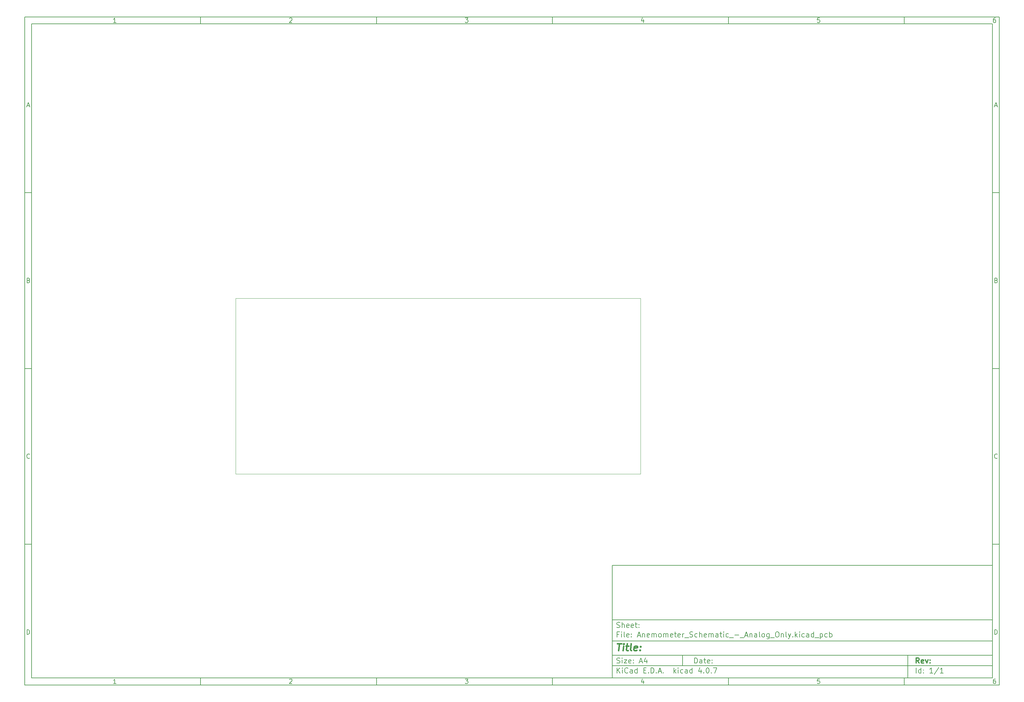
<source format=gbr>
G04 #@! TF.FileFunction,Profile,NP*
%FSLAX46Y46*%
G04 Gerber Fmt 4.6, Leading zero omitted, Abs format (unit mm)*
G04 Created by KiCad (PCBNEW 4.0.7) date Monday, February 19, 2018 'AMt' 09:37:46 AM*
%MOMM*%
%LPD*%
G01*
G04 APERTURE LIST*
%ADD10C,0.100000*%
%ADD11C,0.150000*%
%ADD12C,0.300000*%
%ADD13C,0.400000*%
G04 APERTURE END LIST*
D10*
D11*
X177002200Y-166007200D02*
X177002200Y-198007200D01*
X285002200Y-198007200D01*
X285002200Y-166007200D01*
X177002200Y-166007200D01*
D10*
D11*
X10000000Y-10000000D02*
X10000000Y-200007200D01*
X287002200Y-200007200D01*
X287002200Y-10000000D01*
X10000000Y-10000000D01*
D10*
D11*
X12000000Y-12000000D02*
X12000000Y-198007200D01*
X285002200Y-198007200D01*
X285002200Y-12000000D01*
X12000000Y-12000000D01*
D10*
D11*
X60000000Y-12000000D02*
X60000000Y-10000000D01*
D10*
D11*
X110000000Y-12000000D02*
X110000000Y-10000000D01*
D10*
D11*
X160000000Y-12000000D02*
X160000000Y-10000000D01*
D10*
D11*
X210000000Y-12000000D02*
X210000000Y-10000000D01*
D10*
D11*
X260000000Y-12000000D02*
X260000000Y-10000000D01*
D10*
D11*
X35990476Y-11588095D02*
X35247619Y-11588095D01*
X35619048Y-11588095D02*
X35619048Y-10288095D01*
X35495238Y-10473810D01*
X35371429Y-10597619D01*
X35247619Y-10659524D01*
D10*
D11*
X85247619Y-10411905D02*
X85309524Y-10350000D01*
X85433333Y-10288095D01*
X85742857Y-10288095D01*
X85866667Y-10350000D01*
X85928571Y-10411905D01*
X85990476Y-10535714D01*
X85990476Y-10659524D01*
X85928571Y-10845238D01*
X85185714Y-11588095D01*
X85990476Y-11588095D01*
D10*
D11*
X135185714Y-10288095D02*
X135990476Y-10288095D01*
X135557143Y-10783333D01*
X135742857Y-10783333D01*
X135866667Y-10845238D01*
X135928571Y-10907143D01*
X135990476Y-11030952D01*
X135990476Y-11340476D01*
X135928571Y-11464286D01*
X135866667Y-11526190D01*
X135742857Y-11588095D01*
X135371429Y-11588095D01*
X135247619Y-11526190D01*
X135185714Y-11464286D01*
D10*
D11*
X185866667Y-10721429D02*
X185866667Y-11588095D01*
X185557143Y-10226190D02*
X185247619Y-11154762D01*
X186052381Y-11154762D01*
D10*
D11*
X235928571Y-10288095D02*
X235309524Y-10288095D01*
X235247619Y-10907143D01*
X235309524Y-10845238D01*
X235433333Y-10783333D01*
X235742857Y-10783333D01*
X235866667Y-10845238D01*
X235928571Y-10907143D01*
X235990476Y-11030952D01*
X235990476Y-11340476D01*
X235928571Y-11464286D01*
X235866667Y-11526190D01*
X235742857Y-11588095D01*
X235433333Y-11588095D01*
X235309524Y-11526190D01*
X235247619Y-11464286D01*
D10*
D11*
X285866667Y-10288095D02*
X285619048Y-10288095D01*
X285495238Y-10350000D01*
X285433333Y-10411905D01*
X285309524Y-10597619D01*
X285247619Y-10845238D01*
X285247619Y-11340476D01*
X285309524Y-11464286D01*
X285371429Y-11526190D01*
X285495238Y-11588095D01*
X285742857Y-11588095D01*
X285866667Y-11526190D01*
X285928571Y-11464286D01*
X285990476Y-11340476D01*
X285990476Y-11030952D01*
X285928571Y-10907143D01*
X285866667Y-10845238D01*
X285742857Y-10783333D01*
X285495238Y-10783333D01*
X285371429Y-10845238D01*
X285309524Y-10907143D01*
X285247619Y-11030952D01*
D10*
D11*
X60000000Y-198007200D02*
X60000000Y-200007200D01*
D10*
D11*
X110000000Y-198007200D02*
X110000000Y-200007200D01*
D10*
D11*
X160000000Y-198007200D02*
X160000000Y-200007200D01*
D10*
D11*
X210000000Y-198007200D02*
X210000000Y-200007200D01*
D10*
D11*
X260000000Y-198007200D02*
X260000000Y-200007200D01*
D10*
D11*
X35990476Y-199595295D02*
X35247619Y-199595295D01*
X35619048Y-199595295D02*
X35619048Y-198295295D01*
X35495238Y-198481010D01*
X35371429Y-198604819D01*
X35247619Y-198666724D01*
D10*
D11*
X85247619Y-198419105D02*
X85309524Y-198357200D01*
X85433333Y-198295295D01*
X85742857Y-198295295D01*
X85866667Y-198357200D01*
X85928571Y-198419105D01*
X85990476Y-198542914D01*
X85990476Y-198666724D01*
X85928571Y-198852438D01*
X85185714Y-199595295D01*
X85990476Y-199595295D01*
D10*
D11*
X135185714Y-198295295D02*
X135990476Y-198295295D01*
X135557143Y-198790533D01*
X135742857Y-198790533D01*
X135866667Y-198852438D01*
X135928571Y-198914343D01*
X135990476Y-199038152D01*
X135990476Y-199347676D01*
X135928571Y-199471486D01*
X135866667Y-199533390D01*
X135742857Y-199595295D01*
X135371429Y-199595295D01*
X135247619Y-199533390D01*
X135185714Y-199471486D01*
D10*
D11*
X185866667Y-198728629D02*
X185866667Y-199595295D01*
X185557143Y-198233390D02*
X185247619Y-199161962D01*
X186052381Y-199161962D01*
D10*
D11*
X235928571Y-198295295D02*
X235309524Y-198295295D01*
X235247619Y-198914343D01*
X235309524Y-198852438D01*
X235433333Y-198790533D01*
X235742857Y-198790533D01*
X235866667Y-198852438D01*
X235928571Y-198914343D01*
X235990476Y-199038152D01*
X235990476Y-199347676D01*
X235928571Y-199471486D01*
X235866667Y-199533390D01*
X235742857Y-199595295D01*
X235433333Y-199595295D01*
X235309524Y-199533390D01*
X235247619Y-199471486D01*
D10*
D11*
X285866667Y-198295295D02*
X285619048Y-198295295D01*
X285495238Y-198357200D01*
X285433333Y-198419105D01*
X285309524Y-198604819D01*
X285247619Y-198852438D01*
X285247619Y-199347676D01*
X285309524Y-199471486D01*
X285371429Y-199533390D01*
X285495238Y-199595295D01*
X285742857Y-199595295D01*
X285866667Y-199533390D01*
X285928571Y-199471486D01*
X285990476Y-199347676D01*
X285990476Y-199038152D01*
X285928571Y-198914343D01*
X285866667Y-198852438D01*
X285742857Y-198790533D01*
X285495238Y-198790533D01*
X285371429Y-198852438D01*
X285309524Y-198914343D01*
X285247619Y-199038152D01*
D10*
D11*
X10000000Y-60000000D02*
X12000000Y-60000000D01*
D10*
D11*
X10000000Y-110000000D02*
X12000000Y-110000000D01*
D10*
D11*
X10000000Y-160000000D02*
X12000000Y-160000000D01*
D10*
D11*
X10690476Y-35216667D02*
X11309524Y-35216667D01*
X10566667Y-35588095D02*
X11000000Y-34288095D01*
X11433333Y-35588095D01*
D10*
D11*
X11092857Y-84907143D02*
X11278571Y-84969048D01*
X11340476Y-85030952D01*
X11402381Y-85154762D01*
X11402381Y-85340476D01*
X11340476Y-85464286D01*
X11278571Y-85526190D01*
X11154762Y-85588095D01*
X10659524Y-85588095D01*
X10659524Y-84288095D01*
X11092857Y-84288095D01*
X11216667Y-84350000D01*
X11278571Y-84411905D01*
X11340476Y-84535714D01*
X11340476Y-84659524D01*
X11278571Y-84783333D01*
X11216667Y-84845238D01*
X11092857Y-84907143D01*
X10659524Y-84907143D01*
D10*
D11*
X11402381Y-135464286D02*
X11340476Y-135526190D01*
X11154762Y-135588095D01*
X11030952Y-135588095D01*
X10845238Y-135526190D01*
X10721429Y-135402381D01*
X10659524Y-135278571D01*
X10597619Y-135030952D01*
X10597619Y-134845238D01*
X10659524Y-134597619D01*
X10721429Y-134473810D01*
X10845238Y-134350000D01*
X11030952Y-134288095D01*
X11154762Y-134288095D01*
X11340476Y-134350000D01*
X11402381Y-134411905D01*
D10*
D11*
X10659524Y-185588095D02*
X10659524Y-184288095D01*
X10969048Y-184288095D01*
X11154762Y-184350000D01*
X11278571Y-184473810D01*
X11340476Y-184597619D01*
X11402381Y-184845238D01*
X11402381Y-185030952D01*
X11340476Y-185278571D01*
X11278571Y-185402381D01*
X11154762Y-185526190D01*
X10969048Y-185588095D01*
X10659524Y-185588095D01*
D10*
D11*
X287002200Y-60000000D02*
X285002200Y-60000000D01*
D10*
D11*
X287002200Y-110000000D02*
X285002200Y-110000000D01*
D10*
D11*
X287002200Y-160000000D02*
X285002200Y-160000000D01*
D10*
D11*
X285692676Y-35216667D02*
X286311724Y-35216667D01*
X285568867Y-35588095D02*
X286002200Y-34288095D01*
X286435533Y-35588095D01*
D10*
D11*
X286095057Y-84907143D02*
X286280771Y-84969048D01*
X286342676Y-85030952D01*
X286404581Y-85154762D01*
X286404581Y-85340476D01*
X286342676Y-85464286D01*
X286280771Y-85526190D01*
X286156962Y-85588095D01*
X285661724Y-85588095D01*
X285661724Y-84288095D01*
X286095057Y-84288095D01*
X286218867Y-84350000D01*
X286280771Y-84411905D01*
X286342676Y-84535714D01*
X286342676Y-84659524D01*
X286280771Y-84783333D01*
X286218867Y-84845238D01*
X286095057Y-84907143D01*
X285661724Y-84907143D01*
D10*
D11*
X286404581Y-135464286D02*
X286342676Y-135526190D01*
X286156962Y-135588095D01*
X286033152Y-135588095D01*
X285847438Y-135526190D01*
X285723629Y-135402381D01*
X285661724Y-135278571D01*
X285599819Y-135030952D01*
X285599819Y-134845238D01*
X285661724Y-134597619D01*
X285723629Y-134473810D01*
X285847438Y-134350000D01*
X286033152Y-134288095D01*
X286156962Y-134288095D01*
X286342676Y-134350000D01*
X286404581Y-134411905D01*
D10*
D11*
X285661724Y-185588095D02*
X285661724Y-184288095D01*
X285971248Y-184288095D01*
X286156962Y-184350000D01*
X286280771Y-184473810D01*
X286342676Y-184597619D01*
X286404581Y-184845238D01*
X286404581Y-185030952D01*
X286342676Y-185278571D01*
X286280771Y-185402381D01*
X286156962Y-185526190D01*
X285971248Y-185588095D01*
X285661724Y-185588095D01*
D10*
D11*
X200359343Y-193785771D02*
X200359343Y-192285771D01*
X200716486Y-192285771D01*
X200930771Y-192357200D01*
X201073629Y-192500057D01*
X201145057Y-192642914D01*
X201216486Y-192928629D01*
X201216486Y-193142914D01*
X201145057Y-193428629D01*
X201073629Y-193571486D01*
X200930771Y-193714343D01*
X200716486Y-193785771D01*
X200359343Y-193785771D01*
X202502200Y-193785771D02*
X202502200Y-193000057D01*
X202430771Y-192857200D01*
X202287914Y-192785771D01*
X202002200Y-192785771D01*
X201859343Y-192857200D01*
X202502200Y-193714343D02*
X202359343Y-193785771D01*
X202002200Y-193785771D01*
X201859343Y-193714343D01*
X201787914Y-193571486D01*
X201787914Y-193428629D01*
X201859343Y-193285771D01*
X202002200Y-193214343D01*
X202359343Y-193214343D01*
X202502200Y-193142914D01*
X203002200Y-192785771D02*
X203573629Y-192785771D01*
X203216486Y-192285771D02*
X203216486Y-193571486D01*
X203287914Y-193714343D01*
X203430772Y-193785771D01*
X203573629Y-193785771D01*
X204645057Y-193714343D02*
X204502200Y-193785771D01*
X204216486Y-193785771D01*
X204073629Y-193714343D01*
X204002200Y-193571486D01*
X204002200Y-193000057D01*
X204073629Y-192857200D01*
X204216486Y-192785771D01*
X204502200Y-192785771D01*
X204645057Y-192857200D01*
X204716486Y-193000057D01*
X204716486Y-193142914D01*
X204002200Y-193285771D01*
X205359343Y-193642914D02*
X205430771Y-193714343D01*
X205359343Y-193785771D01*
X205287914Y-193714343D01*
X205359343Y-193642914D01*
X205359343Y-193785771D01*
X205359343Y-192857200D02*
X205430771Y-192928629D01*
X205359343Y-193000057D01*
X205287914Y-192928629D01*
X205359343Y-192857200D01*
X205359343Y-193000057D01*
D10*
D11*
X177002200Y-194507200D02*
X285002200Y-194507200D01*
D10*
D11*
X178359343Y-196585771D02*
X178359343Y-195085771D01*
X179216486Y-196585771D02*
X178573629Y-195728629D01*
X179216486Y-195085771D02*
X178359343Y-195942914D01*
X179859343Y-196585771D02*
X179859343Y-195585771D01*
X179859343Y-195085771D02*
X179787914Y-195157200D01*
X179859343Y-195228629D01*
X179930771Y-195157200D01*
X179859343Y-195085771D01*
X179859343Y-195228629D01*
X181430772Y-196442914D02*
X181359343Y-196514343D01*
X181145057Y-196585771D01*
X181002200Y-196585771D01*
X180787915Y-196514343D01*
X180645057Y-196371486D01*
X180573629Y-196228629D01*
X180502200Y-195942914D01*
X180502200Y-195728629D01*
X180573629Y-195442914D01*
X180645057Y-195300057D01*
X180787915Y-195157200D01*
X181002200Y-195085771D01*
X181145057Y-195085771D01*
X181359343Y-195157200D01*
X181430772Y-195228629D01*
X182716486Y-196585771D02*
X182716486Y-195800057D01*
X182645057Y-195657200D01*
X182502200Y-195585771D01*
X182216486Y-195585771D01*
X182073629Y-195657200D01*
X182716486Y-196514343D02*
X182573629Y-196585771D01*
X182216486Y-196585771D01*
X182073629Y-196514343D01*
X182002200Y-196371486D01*
X182002200Y-196228629D01*
X182073629Y-196085771D01*
X182216486Y-196014343D01*
X182573629Y-196014343D01*
X182716486Y-195942914D01*
X184073629Y-196585771D02*
X184073629Y-195085771D01*
X184073629Y-196514343D02*
X183930772Y-196585771D01*
X183645058Y-196585771D01*
X183502200Y-196514343D01*
X183430772Y-196442914D01*
X183359343Y-196300057D01*
X183359343Y-195871486D01*
X183430772Y-195728629D01*
X183502200Y-195657200D01*
X183645058Y-195585771D01*
X183930772Y-195585771D01*
X184073629Y-195657200D01*
X185930772Y-195800057D02*
X186430772Y-195800057D01*
X186645058Y-196585771D02*
X185930772Y-196585771D01*
X185930772Y-195085771D01*
X186645058Y-195085771D01*
X187287915Y-196442914D02*
X187359343Y-196514343D01*
X187287915Y-196585771D01*
X187216486Y-196514343D01*
X187287915Y-196442914D01*
X187287915Y-196585771D01*
X188002201Y-196585771D02*
X188002201Y-195085771D01*
X188359344Y-195085771D01*
X188573629Y-195157200D01*
X188716487Y-195300057D01*
X188787915Y-195442914D01*
X188859344Y-195728629D01*
X188859344Y-195942914D01*
X188787915Y-196228629D01*
X188716487Y-196371486D01*
X188573629Y-196514343D01*
X188359344Y-196585771D01*
X188002201Y-196585771D01*
X189502201Y-196442914D02*
X189573629Y-196514343D01*
X189502201Y-196585771D01*
X189430772Y-196514343D01*
X189502201Y-196442914D01*
X189502201Y-196585771D01*
X190145058Y-196157200D02*
X190859344Y-196157200D01*
X190002201Y-196585771D02*
X190502201Y-195085771D01*
X191002201Y-196585771D01*
X191502201Y-196442914D02*
X191573629Y-196514343D01*
X191502201Y-196585771D01*
X191430772Y-196514343D01*
X191502201Y-196442914D01*
X191502201Y-196585771D01*
X194502201Y-196585771D02*
X194502201Y-195085771D01*
X194645058Y-196014343D02*
X195073629Y-196585771D01*
X195073629Y-195585771D02*
X194502201Y-196157200D01*
X195716487Y-196585771D02*
X195716487Y-195585771D01*
X195716487Y-195085771D02*
X195645058Y-195157200D01*
X195716487Y-195228629D01*
X195787915Y-195157200D01*
X195716487Y-195085771D01*
X195716487Y-195228629D01*
X197073630Y-196514343D02*
X196930773Y-196585771D01*
X196645059Y-196585771D01*
X196502201Y-196514343D01*
X196430773Y-196442914D01*
X196359344Y-196300057D01*
X196359344Y-195871486D01*
X196430773Y-195728629D01*
X196502201Y-195657200D01*
X196645059Y-195585771D01*
X196930773Y-195585771D01*
X197073630Y-195657200D01*
X198359344Y-196585771D02*
X198359344Y-195800057D01*
X198287915Y-195657200D01*
X198145058Y-195585771D01*
X197859344Y-195585771D01*
X197716487Y-195657200D01*
X198359344Y-196514343D02*
X198216487Y-196585771D01*
X197859344Y-196585771D01*
X197716487Y-196514343D01*
X197645058Y-196371486D01*
X197645058Y-196228629D01*
X197716487Y-196085771D01*
X197859344Y-196014343D01*
X198216487Y-196014343D01*
X198359344Y-195942914D01*
X199716487Y-196585771D02*
X199716487Y-195085771D01*
X199716487Y-196514343D02*
X199573630Y-196585771D01*
X199287916Y-196585771D01*
X199145058Y-196514343D01*
X199073630Y-196442914D01*
X199002201Y-196300057D01*
X199002201Y-195871486D01*
X199073630Y-195728629D01*
X199145058Y-195657200D01*
X199287916Y-195585771D01*
X199573630Y-195585771D01*
X199716487Y-195657200D01*
X202216487Y-195585771D02*
X202216487Y-196585771D01*
X201859344Y-195014343D02*
X201502201Y-196085771D01*
X202430773Y-196085771D01*
X203002201Y-196442914D02*
X203073629Y-196514343D01*
X203002201Y-196585771D01*
X202930772Y-196514343D01*
X203002201Y-196442914D01*
X203002201Y-196585771D01*
X204002201Y-195085771D02*
X204145058Y-195085771D01*
X204287915Y-195157200D01*
X204359344Y-195228629D01*
X204430773Y-195371486D01*
X204502201Y-195657200D01*
X204502201Y-196014343D01*
X204430773Y-196300057D01*
X204359344Y-196442914D01*
X204287915Y-196514343D01*
X204145058Y-196585771D01*
X204002201Y-196585771D01*
X203859344Y-196514343D01*
X203787915Y-196442914D01*
X203716487Y-196300057D01*
X203645058Y-196014343D01*
X203645058Y-195657200D01*
X203716487Y-195371486D01*
X203787915Y-195228629D01*
X203859344Y-195157200D01*
X204002201Y-195085771D01*
X205145058Y-196442914D02*
X205216486Y-196514343D01*
X205145058Y-196585771D01*
X205073629Y-196514343D01*
X205145058Y-196442914D01*
X205145058Y-196585771D01*
X205716487Y-195085771D02*
X206716487Y-195085771D01*
X206073630Y-196585771D01*
D10*
D11*
X177002200Y-191507200D02*
X285002200Y-191507200D01*
D10*
D12*
X264216486Y-193785771D02*
X263716486Y-193071486D01*
X263359343Y-193785771D02*
X263359343Y-192285771D01*
X263930771Y-192285771D01*
X264073629Y-192357200D01*
X264145057Y-192428629D01*
X264216486Y-192571486D01*
X264216486Y-192785771D01*
X264145057Y-192928629D01*
X264073629Y-193000057D01*
X263930771Y-193071486D01*
X263359343Y-193071486D01*
X265430771Y-193714343D02*
X265287914Y-193785771D01*
X265002200Y-193785771D01*
X264859343Y-193714343D01*
X264787914Y-193571486D01*
X264787914Y-193000057D01*
X264859343Y-192857200D01*
X265002200Y-192785771D01*
X265287914Y-192785771D01*
X265430771Y-192857200D01*
X265502200Y-193000057D01*
X265502200Y-193142914D01*
X264787914Y-193285771D01*
X266002200Y-192785771D02*
X266359343Y-193785771D01*
X266716485Y-192785771D01*
X267287914Y-193642914D02*
X267359342Y-193714343D01*
X267287914Y-193785771D01*
X267216485Y-193714343D01*
X267287914Y-193642914D01*
X267287914Y-193785771D01*
X267287914Y-192857200D02*
X267359342Y-192928629D01*
X267287914Y-193000057D01*
X267216485Y-192928629D01*
X267287914Y-192857200D01*
X267287914Y-193000057D01*
D10*
D11*
X178287914Y-193714343D02*
X178502200Y-193785771D01*
X178859343Y-193785771D01*
X179002200Y-193714343D01*
X179073629Y-193642914D01*
X179145057Y-193500057D01*
X179145057Y-193357200D01*
X179073629Y-193214343D01*
X179002200Y-193142914D01*
X178859343Y-193071486D01*
X178573629Y-193000057D01*
X178430771Y-192928629D01*
X178359343Y-192857200D01*
X178287914Y-192714343D01*
X178287914Y-192571486D01*
X178359343Y-192428629D01*
X178430771Y-192357200D01*
X178573629Y-192285771D01*
X178930771Y-192285771D01*
X179145057Y-192357200D01*
X179787914Y-193785771D02*
X179787914Y-192785771D01*
X179787914Y-192285771D02*
X179716485Y-192357200D01*
X179787914Y-192428629D01*
X179859342Y-192357200D01*
X179787914Y-192285771D01*
X179787914Y-192428629D01*
X180359343Y-192785771D02*
X181145057Y-192785771D01*
X180359343Y-193785771D01*
X181145057Y-193785771D01*
X182287914Y-193714343D02*
X182145057Y-193785771D01*
X181859343Y-193785771D01*
X181716486Y-193714343D01*
X181645057Y-193571486D01*
X181645057Y-193000057D01*
X181716486Y-192857200D01*
X181859343Y-192785771D01*
X182145057Y-192785771D01*
X182287914Y-192857200D01*
X182359343Y-193000057D01*
X182359343Y-193142914D01*
X181645057Y-193285771D01*
X183002200Y-193642914D02*
X183073628Y-193714343D01*
X183002200Y-193785771D01*
X182930771Y-193714343D01*
X183002200Y-193642914D01*
X183002200Y-193785771D01*
X183002200Y-192857200D02*
X183073628Y-192928629D01*
X183002200Y-193000057D01*
X182930771Y-192928629D01*
X183002200Y-192857200D01*
X183002200Y-193000057D01*
X184787914Y-193357200D02*
X185502200Y-193357200D01*
X184645057Y-193785771D02*
X185145057Y-192285771D01*
X185645057Y-193785771D01*
X186787914Y-192785771D02*
X186787914Y-193785771D01*
X186430771Y-192214343D02*
X186073628Y-193285771D01*
X187002200Y-193285771D01*
D10*
D11*
X263359343Y-196585771D02*
X263359343Y-195085771D01*
X264716486Y-196585771D02*
X264716486Y-195085771D01*
X264716486Y-196514343D02*
X264573629Y-196585771D01*
X264287915Y-196585771D01*
X264145057Y-196514343D01*
X264073629Y-196442914D01*
X264002200Y-196300057D01*
X264002200Y-195871486D01*
X264073629Y-195728629D01*
X264145057Y-195657200D01*
X264287915Y-195585771D01*
X264573629Y-195585771D01*
X264716486Y-195657200D01*
X265430772Y-196442914D02*
X265502200Y-196514343D01*
X265430772Y-196585771D01*
X265359343Y-196514343D01*
X265430772Y-196442914D01*
X265430772Y-196585771D01*
X265430772Y-195657200D02*
X265502200Y-195728629D01*
X265430772Y-195800057D01*
X265359343Y-195728629D01*
X265430772Y-195657200D01*
X265430772Y-195800057D01*
X268073629Y-196585771D02*
X267216486Y-196585771D01*
X267645058Y-196585771D02*
X267645058Y-195085771D01*
X267502201Y-195300057D01*
X267359343Y-195442914D01*
X267216486Y-195514343D01*
X269787914Y-195014343D02*
X268502200Y-196942914D01*
X271073629Y-196585771D02*
X270216486Y-196585771D01*
X270645058Y-196585771D02*
X270645058Y-195085771D01*
X270502201Y-195300057D01*
X270359343Y-195442914D01*
X270216486Y-195514343D01*
D10*
D11*
X177002200Y-187507200D02*
X285002200Y-187507200D01*
D10*
D13*
X178454581Y-188211962D02*
X179597438Y-188211962D01*
X178776010Y-190211962D02*
X179026010Y-188211962D01*
X180014105Y-190211962D02*
X180180771Y-188878629D01*
X180264105Y-188211962D02*
X180156962Y-188307200D01*
X180240295Y-188402438D01*
X180347439Y-188307200D01*
X180264105Y-188211962D01*
X180240295Y-188402438D01*
X180847438Y-188878629D02*
X181609343Y-188878629D01*
X181216486Y-188211962D02*
X181002200Y-189926248D01*
X181073630Y-190116724D01*
X181252201Y-190211962D01*
X181442677Y-190211962D01*
X182395058Y-190211962D02*
X182216487Y-190116724D01*
X182145057Y-189926248D01*
X182359343Y-188211962D01*
X183930772Y-190116724D02*
X183728391Y-190211962D01*
X183347439Y-190211962D01*
X183168867Y-190116724D01*
X183097438Y-189926248D01*
X183192676Y-189164343D01*
X183311724Y-188973867D01*
X183514105Y-188878629D01*
X183895057Y-188878629D01*
X184073629Y-188973867D01*
X184145057Y-189164343D01*
X184121248Y-189354819D01*
X183145057Y-189545295D01*
X184895057Y-190021486D02*
X184978392Y-190116724D01*
X184871248Y-190211962D01*
X184787915Y-190116724D01*
X184895057Y-190021486D01*
X184871248Y-190211962D01*
X185026010Y-188973867D02*
X185109344Y-189069105D01*
X185002200Y-189164343D01*
X184918867Y-189069105D01*
X185026010Y-188973867D01*
X185002200Y-189164343D01*
D10*
D11*
X178859343Y-185600057D02*
X178359343Y-185600057D01*
X178359343Y-186385771D02*
X178359343Y-184885771D01*
X179073629Y-184885771D01*
X179645057Y-186385771D02*
X179645057Y-185385771D01*
X179645057Y-184885771D02*
X179573628Y-184957200D01*
X179645057Y-185028629D01*
X179716485Y-184957200D01*
X179645057Y-184885771D01*
X179645057Y-185028629D01*
X180573629Y-186385771D02*
X180430771Y-186314343D01*
X180359343Y-186171486D01*
X180359343Y-184885771D01*
X181716485Y-186314343D02*
X181573628Y-186385771D01*
X181287914Y-186385771D01*
X181145057Y-186314343D01*
X181073628Y-186171486D01*
X181073628Y-185600057D01*
X181145057Y-185457200D01*
X181287914Y-185385771D01*
X181573628Y-185385771D01*
X181716485Y-185457200D01*
X181787914Y-185600057D01*
X181787914Y-185742914D01*
X181073628Y-185885771D01*
X182430771Y-186242914D02*
X182502199Y-186314343D01*
X182430771Y-186385771D01*
X182359342Y-186314343D01*
X182430771Y-186242914D01*
X182430771Y-186385771D01*
X182430771Y-185457200D02*
X182502199Y-185528629D01*
X182430771Y-185600057D01*
X182359342Y-185528629D01*
X182430771Y-185457200D01*
X182430771Y-185600057D01*
X184216485Y-185957200D02*
X184930771Y-185957200D01*
X184073628Y-186385771D02*
X184573628Y-184885771D01*
X185073628Y-186385771D01*
X185573628Y-185385771D02*
X185573628Y-186385771D01*
X185573628Y-185528629D02*
X185645056Y-185457200D01*
X185787914Y-185385771D01*
X186002199Y-185385771D01*
X186145056Y-185457200D01*
X186216485Y-185600057D01*
X186216485Y-186385771D01*
X187502199Y-186314343D02*
X187359342Y-186385771D01*
X187073628Y-186385771D01*
X186930771Y-186314343D01*
X186859342Y-186171486D01*
X186859342Y-185600057D01*
X186930771Y-185457200D01*
X187073628Y-185385771D01*
X187359342Y-185385771D01*
X187502199Y-185457200D01*
X187573628Y-185600057D01*
X187573628Y-185742914D01*
X186859342Y-185885771D01*
X188216485Y-186385771D02*
X188216485Y-185385771D01*
X188216485Y-185528629D02*
X188287913Y-185457200D01*
X188430771Y-185385771D01*
X188645056Y-185385771D01*
X188787913Y-185457200D01*
X188859342Y-185600057D01*
X188859342Y-186385771D01*
X188859342Y-185600057D02*
X188930771Y-185457200D01*
X189073628Y-185385771D01*
X189287913Y-185385771D01*
X189430771Y-185457200D01*
X189502199Y-185600057D01*
X189502199Y-186385771D01*
X190430771Y-186385771D02*
X190287913Y-186314343D01*
X190216485Y-186242914D01*
X190145056Y-186100057D01*
X190145056Y-185671486D01*
X190216485Y-185528629D01*
X190287913Y-185457200D01*
X190430771Y-185385771D01*
X190645056Y-185385771D01*
X190787913Y-185457200D01*
X190859342Y-185528629D01*
X190930771Y-185671486D01*
X190930771Y-186100057D01*
X190859342Y-186242914D01*
X190787913Y-186314343D01*
X190645056Y-186385771D01*
X190430771Y-186385771D01*
X191573628Y-186385771D02*
X191573628Y-185385771D01*
X191573628Y-185528629D02*
X191645056Y-185457200D01*
X191787914Y-185385771D01*
X192002199Y-185385771D01*
X192145056Y-185457200D01*
X192216485Y-185600057D01*
X192216485Y-186385771D01*
X192216485Y-185600057D02*
X192287914Y-185457200D01*
X192430771Y-185385771D01*
X192645056Y-185385771D01*
X192787914Y-185457200D01*
X192859342Y-185600057D01*
X192859342Y-186385771D01*
X194145056Y-186314343D02*
X194002199Y-186385771D01*
X193716485Y-186385771D01*
X193573628Y-186314343D01*
X193502199Y-186171486D01*
X193502199Y-185600057D01*
X193573628Y-185457200D01*
X193716485Y-185385771D01*
X194002199Y-185385771D01*
X194145056Y-185457200D01*
X194216485Y-185600057D01*
X194216485Y-185742914D01*
X193502199Y-185885771D01*
X194645056Y-185385771D02*
X195216485Y-185385771D01*
X194859342Y-184885771D02*
X194859342Y-186171486D01*
X194930770Y-186314343D01*
X195073628Y-186385771D01*
X195216485Y-186385771D01*
X196287913Y-186314343D02*
X196145056Y-186385771D01*
X195859342Y-186385771D01*
X195716485Y-186314343D01*
X195645056Y-186171486D01*
X195645056Y-185600057D01*
X195716485Y-185457200D01*
X195859342Y-185385771D01*
X196145056Y-185385771D01*
X196287913Y-185457200D01*
X196359342Y-185600057D01*
X196359342Y-185742914D01*
X195645056Y-185885771D01*
X197002199Y-186385771D02*
X197002199Y-185385771D01*
X197002199Y-185671486D02*
X197073627Y-185528629D01*
X197145056Y-185457200D01*
X197287913Y-185385771D01*
X197430770Y-185385771D01*
X197573627Y-186528629D02*
X198716484Y-186528629D01*
X199002198Y-186314343D02*
X199216484Y-186385771D01*
X199573627Y-186385771D01*
X199716484Y-186314343D01*
X199787913Y-186242914D01*
X199859341Y-186100057D01*
X199859341Y-185957200D01*
X199787913Y-185814343D01*
X199716484Y-185742914D01*
X199573627Y-185671486D01*
X199287913Y-185600057D01*
X199145055Y-185528629D01*
X199073627Y-185457200D01*
X199002198Y-185314343D01*
X199002198Y-185171486D01*
X199073627Y-185028629D01*
X199145055Y-184957200D01*
X199287913Y-184885771D01*
X199645055Y-184885771D01*
X199859341Y-184957200D01*
X201145055Y-186314343D02*
X201002198Y-186385771D01*
X200716484Y-186385771D01*
X200573626Y-186314343D01*
X200502198Y-186242914D01*
X200430769Y-186100057D01*
X200430769Y-185671486D01*
X200502198Y-185528629D01*
X200573626Y-185457200D01*
X200716484Y-185385771D01*
X201002198Y-185385771D01*
X201145055Y-185457200D01*
X201787912Y-186385771D02*
X201787912Y-184885771D01*
X202430769Y-186385771D02*
X202430769Y-185600057D01*
X202359340Y-185457200D01*
X202216483Y-185385771D01*
X202002198Y-185385771D01*
X201859340Y-185457200D01*
X201787912Y-185528629D01*
X203716483Y-186314343D02*
X203573626Y-186385771D01*
X203287912Y-186385771D01*
X203145055Y-186314343D01*
X203073626Y-186171486D01*
X203073626Y-185600057D01*
X203145055Y-185457200D01*
X203287912Y-185385771D01*
X203573626Y-185385771D01*
X203716483Y-185457200D01*
X203787912Y-185600057D01*
X203787912Y-185742914D01*
X203073626Y-185885771D01*
X204430769Y-186385771D02*
X204430769Y-185385771D01*
X204430769Y-185528629D02*
X204502197Y-185457200D01*
X204645055Y-185385771D01*
X204859340Y-185385771D01*
X205002197Y-185457200D01*
X205073626Y-185600057D01*
X205073626Y-186385771D01*
X205073626Y-185600057D02*
X205145055Y-185457200D01*
X205287912Y-185385771D01*
X205502197Y-185385771D01*
X205645055Y-185457200D01*
X205716483Y-185600057D01*
X205716483Y-186385771D01*
X207073626Y-186385771D02*
X207073626Y-185600057D01*
X207002197Y-185457200D01*
X206859340Y-185385771D01*
X206573626Y-185385771D01*
X206430769Y-185457200D01*
X207073626Y-186314343D02*
X206930769Y-186385771D01*
X206573626Y-186385771D01*
X206430769Y-186314343D01*
X206359340Y-186171486D01*
X206359340Y-186028629D01*
X206430769Y-185885771D01*
X206573626Y-185814343D01*
X206930769Y-185814343D01*
X207073626Y-185742914D01*
X207573626Y-185385771D02*
X208145055Y-185385771D01*
X207787912Y-184885771D02*
X207787912Y-186171486D01*
X207859340Y-186314343D01*
X208002198Y-186385771D01*
X208145055Y-186385771D01*
X208645055Y-186385771D02*
X208645055Y-185385771D01*
X208645055Y-184885771D02*
X208573626Y-184957200D01*
X208645055Y-185028629D01*
X208716483Y-184957200D01*
X208645055Y-184885771D01*
X208645055Y-185028629D01*
X210002198Y-186314343D02*
X209859341Y-186385771D01*
X209573627Y-186385771D01*
X209430769Y-186314343D01*
X209359341Y-186242914D01*
X209287912Y-186100057D01*
X209287912Y-185671486D01*
X209359341Y-185528629D01*
X209430769Y-185457200D01*
X209573627Y-185385771D01*
X209859341Y-185385771D01*
X210002198Y-185457200D01*
X210287912Y-186528629D02*
X211430769Y-186528629D01*
X211787912Y-185814343D02*
X212930769Y-185814343D01*
X213287912Y-186528629D02*
X214430769Y-186528629D01*
X214716483Y-185957200D02*
X215430769Y-185957200D01*
X214573626Y-186385771D02*
X215073626Y-184885771D01*
X215573626Y-186385771D01*
X216073626Y-185385771D02*
X216073626Y-186385771D01*
X216073626Y-185528629D02*
X216145054Y-185457200D01*
X216287912Y-185385771D01*
X216502197Y-185385771D01*
X216645054Y-185457200D01*
X216716483Y-185600057D01*
X216716483Y-186385771D01*
X218073626Y-186385771D02*
X218073626Y-185600057D01*
X218002197Y-185457200D01*
X217859340Y-185385771D01*
X217573626Y-185385771D01*
X217430769Y-185457200D01*
X218073626Y-186314343D02*
X217930769Y-186385771D01*
X217573626Y-186385771D01*
X217430769Y-186314343D01*
X217359340Y-186171486D01*
X217359340Y-186028629D01*
X217430769Y-185885771D01*
X217573626Y-185814343D01*
X217930769Y-185814343D01*
X218073626Y-185742914D01*
X219002198Y-186385771D02*
X218859340Y-186314343D01*
X218787912Y-186171486D01*
X218787912Y-184885771D01*
X219787912Y-186385771D02*
X219645054Y-186314343D01*
X219573626Y-186242914D01*
X219502197Y-186100057D01*
X219502197Y-185671486D01*
X219573626Y-185528629D01*
X219645054Y-185457200D01*
X219787912Y-185385771D01*
X220002197Y-185385771D01*
X220145054Y-185457200D01*
X220216483Y-185528629D01*
X220287912Y-185671486D01*
X220287912Y-186100057D01*
X220216483Y-186242914D01*
X220145054Y-186314343D01*
X220002197Y-186385771D01*
X219787912Y-186385771D01*
X221573626Y-185385771D02*
X221573626Y-186600057D01*
X221502197Y-186742914D01*
X221430769Y-186814343D01*
X221287912Y-186885771D01*
X221073626Y-186885771D01*
X220930769Y-186814343D01*
X221573626Y-186314343D02*
X221430769Y-186385771D01*
X221145055Y-186385771D01*
X221002197Y-186314343D01*
X220930769Y-186242914D01*
X220859340Y-186100057D01*
X220859340Y-185671486D01*
X220930769Y-185528629D01*
X221002197Y-185457200D01*
X221145055Y-185385771D01*
X221430769Y-185385771D01*
X221573626Y-185457200D01*
X221930769Y-186528629D02*
X223073626Y-186528629D01*
X223716483Y-184885771D02*
X224002197Y-184885771D01*
X224145055Y-184957200D01*
X224287912Y-185100057D01*
X224359340Y-185385771D01*
X224359340Y-185885771D01*
X224287912Y-186171486D01*
X224145055Y-186314343D01*
X224002197Y-186385771D01*
X223716483Y-186385771D01*
X223573626Y-186314343D01*
X223430769Y-186171486D01*
X223359340Y-185885771D01*
X223359340Y-185385771D01*
X223430769Y-185100057D01*
X223573626Y-184957200D01*
X223716483Y-184885771D01*
X225002198Y-185385771D02*
X225002198Y-186385771D01*
X225002198Y-185528629D02*
X225073626Y-185457200D01*
X225216484Y-185385771D01*
X225430769Y-185385771D01*
X225573626Y-185457200D01*
X225645055Y-185600057D01*
X225645055Y-186385771D01*
X226573627Y-186385771D02*
X226430769Y-186314343D01*
X226359341Y-186171486D01*
X226359341Y-184885771D01*
X227002198Y-185385771D02*
X227359341Y-186385771D01*
X227716483Y-185385771D02*
X227359341Y-186385771D01*
X227216483Y-186742914D01*
X227145055Y-186814343D01*
X227002198Y-186885771D01*
X228287912Y-186242914D02*
X228359340Y-186314343D01*
X228287912Y-186385771D01*
X228216483Y-186314343D01*
X228287912Y-186242914D01*
X228287912Y-186385771D01*
X229002198Y-186385771D02*
X229002198Y-184885771D01*
X229145055Y-185814343D02*
X229573626Y-186385771D01*
X229573626Y-185385771D02*
X229002198Y-185957200D01*
X230216484Y-186385771D02*
X230216484Y-185385771D01*
X230216484Y-184885771D02*
X230145055Y-184957200D01*
X230216484Y-185028629D01*
X230287912Y-184957200D01*
X230216484Y-184885771D01*
X230216484Y-185028629D01*
X231573627Y-186314343D02*
X231430770Y-186385771D01*
X231145056Y-186385771D01*
X231002198Y-186314343D01*
X230930770Y-186242914D01*
X230859341Y-186100057D01*
X230859341Y-185671486D01*
X230930770Y-185528629D01*
X231002198Y-185457200D01*
X231145056Y-185385771D01*
X231430770Y-185385771D01*
X231573627Y-185457200D01*
X232859341Y-186385771D02*
X232859341Y-185600057D01*
X232787912Y-185457200D01*
X232645055Y-185385771D01*
X232359341Y-185385771D01*
X232216484Y-185457200D01*
X232859341Y-186314343D02*
X232716484Y-186385771D01*
X232359341Y-186385771D01*
X232216484Y-186314343D01*
X232145055Y-186171486D01*
X232145055Y-186028629D01*
X232216484Y-185885771D01*
X232359341Y-185814343D01*
X232716484Y-185814343D01*
X232859341Y-185742914D01*
X234216484Y-186385771D02*
X234216484Y-184885771D01*
X234216484Y-186314343D02*
X234073627Y-186385771D01*
X233787913Y-186385771D01*
X233645055Y-186314343D01*
X233573627Y-186242914D01*
X233502198Y-186100057D01*
X233502198Y-185671486D01*
X233573627Y-185528629D01*
X233645055Y-185457200D01*
X233787913Y-185385771D01*
X234073627Y-185385771D01*
X234216484Y-185457200D01*
X234573627Y-186528629D02*
X235716484Y-186528629D01*
X236073627Y-185385771D02*
X236073627Y-186885771D01*
X236073627Y-185457200D02*
X236216484Y-185385771D01*
X236502198Y-185385771D01*
X236645055Y-185457200D01*
X236716484Y-185528629D01*
X236787913Y-185671486D01*
X236787913Y-186100057D01*
X236716484Y-186242914D01*
X236645055Y-186314343D01*
X236502198Y-186385771D01*
X236216484Y-186385771D01*
X236073627Y-186314343D01*
X238073627Y-186314343D02*
X237930770Y-186385771D01*
X237645056Y-186385771D01*
X237502198Y-186314343D01*
X237430770Y-186242914D01*
X237359341Y-186100057D01*
X237359341Y-185671486D01*
X237430770Y-185528629D01*
X237502198Y-185457200D01*
X237645056Y-185385771D01*
X237930770Y-185385771D01*
X238073627Y-185457200D01*
X238716484Y-186385771D02*
X238716484Y-184885771D01*
X238716484Y-185457200D02*
X238859341Y-185385771D01*
X239145055Y-185385771D01*
X239287912Y-185457200D01*
X239359341Y-185528629D01*
X239430770Y-185671486D01*
X239430770Y-186100057D01*
X239359341Y-186242914D01*
X239287912Y-186314343D01*
X239145055Y-186385771D01*
X238859341Y-186385771D01*
X238716484Y-186314343D01*
D10*
D11*
X177002200Y-181507200D02*
X285002200Y-181507200D01*
D10*
D11*
X178287914Y-183614343D02*
X178502200Y-183685771D01*
X178859343Y-183685771D01*
X179002200Y-183614343D01*
X179073629Y-183542914D01*
X179145057Y-183400057D01*
X179145057Y-183257200D01*
X179073629Y-183114343D01*
X179002200Y-183042914D01*
X178859343Y-182971486D01*
X178573629Y-182900057D01*
X178430771Y-182828629D01*
X178359343Y-182757200D01*
X178287914Y-182614343D01*
X178287914Y-182471486D01*
X178359343Y-182328629D01*
X178430771Y-182257200D01*
X178573629Y-182185771D01*
X178930771Y-182185771D01*
X179145057Y-182257200D01*
X179787914Y-183685771D02*
X179787914Y-182185771D01*
X180430771Y-183685771D02*
X180430771Y-182900057D01*
X180359342Y-182757200D01*
X180216485Y-182685771D01*
X180002200Y-182685771D01*
X179859342Y-182757200D01*
X179787914Y-182828629D01*
X181716485Y-183614343D02*
X181573628Y-183685771D01*
X181287914Y-183685771D01*
X181145057Y-183614343D01*
X181073628Y-183471486D01*
X181073628Y-182900057D01*
X181145057Y-182757200D01*
X181287914Y-182685771D01*
X181573628Y-182685771D01*
X181716485Y-182757200D01*
X181787914Y-182900057D01*
X181787914Y-183042914D01*
X181073628Y-183185771D01*
X183002199Y-183614343D02*
X182859342Y-183685771D01*
X182573628Y-183685771D01*
X182430771Y-183614343D01*
X182359342Y-183471486D01*
X182359342Y-182900057D01*
X182430771Y-182757200D01*
X182573628Y-182685771D01*
X182859342Y-182685771D01*
X183002199Y-182757200D01*
X183073628Y-182900057D01*
X183073628Y-183042914D01*
X182359342Y-183185771D01*
X183502199Y-182685771D02*
X184073628Y-182685771D01*
X183716485Y-182185771D02*
X183716485Y-183471486D01*
X183787913Y-183614343D01*
X183930771Y-183685771D01*
X184073628Y-183685771D01*
X184573628Y-183542914D02*
X184645056Y-183614343D01*
X184573628Y-183685771D01*
X184502199Y-183614343D01*
X184573628Y-183542914D01*
X184573628Y-183685771D01*
X184573628Y-182757200D02*
X184645056Y-182828629D01*
X184573628Y-182900057D01*
X184502199Y-182828629D01*
X184573628Y-182757200D01*
X184573628Y-182900057D01*
D10*
D11*
X197002200Y-191507200D02*
X197002200Y-194507200D01*
D10*
D11*
X261002200Y-191507200D02*
X261002200Y-198007200D01*
D10*
X70000000Y-90000000D02*
X185000000Y-90000000D01*
X70000000Y-140000000D02*
X70000000Y-90000000D01*
X185000000Y-140000000D02*
X70000000Y-140000000D01*
X185000000Y-90000000D02*
X185000000Y-140000000D01*
M02*

</source>
